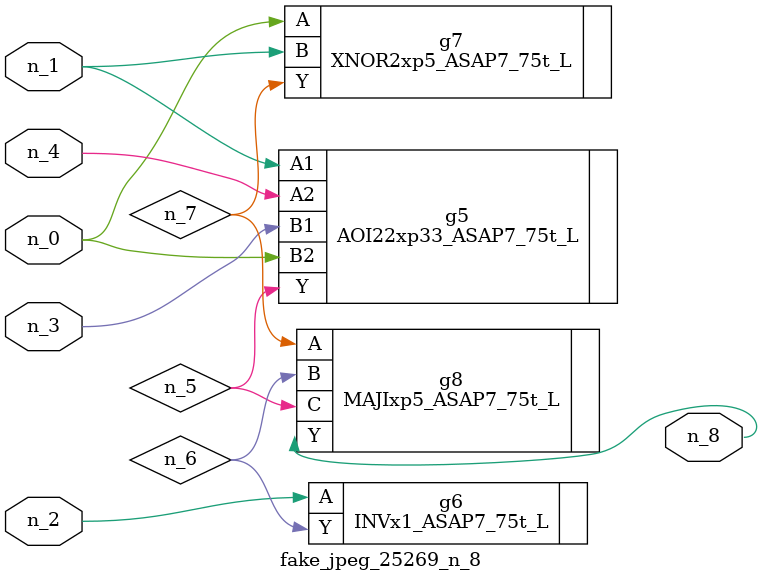
<source format=v>
module fake_jpeg_25269_n_8 (n_3, n_2, n_1, n_0, n_4, n_8);

input n_3;
input n_2;
input n_1;
input n_0;
input n_4;

output n_8;

wire n_6;
wire n_5;
wire n_7;

AOI22xp33_ASAP7_75t_L g5 ( 
.A1(n_1),
.A2(n_4),
.B1(n_3),
.B2(n_0),
.Y(n_5)
);

INVx1_ASAP7_75t_L g6 ( 
.A(n_2),
.Y(n_6)
);

XNOR2xp5_ASAP7_75t_L g7 ( 
.A(n_0),
.B(n_1),
.Y(n_7)
);

MAJIxp5_ASAP7_75t_L g8 ( 
.A(n_7),
.B(n_6),
.C(n_5),
.Y(n_8)
);


endmodule
</source>
